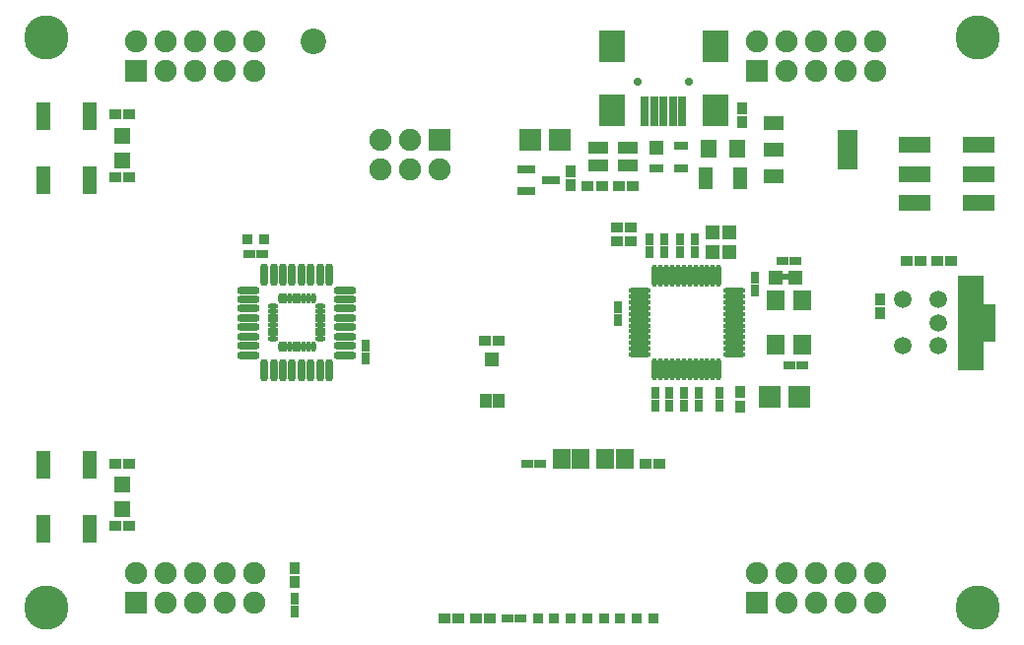
<source format=gts>
%FSLAX43Y43*%
%MOMM*%
G71*
G01*
G75*
G04 Layer_Color=8388736*
%ADD10R,2.500X1.200*%
%ADD11R,0.800X0.650*%
%ADD12R,0.900X0.600*%
%ADD13R,1.350X1.500*%
%ADD14R,0.762X0.762*%
%ADD15R,0.700X0.700*%
%ADD16O,0.550X1.750*%
%ADD17O,1.750X0.550*%
%ADD18R,0.600X0.900*%
%ADD19R,0.650X0.800*%
%ADD20R,1.200X1.200*%
%ADD21R,1.000X2.250*%
%ADD22R,1.150X1.350*%
%ADD23R,2.000X2.500*%
%ADD24R,0.500X2.300*%
%ADD25R,1.500X3.280*%
%ADD26R,1.500X0.990*%
%ADD27R,0.950X1.750*%
%ADD28R,1.100X1.000*%
%ADD29R,1.100X0.600*%
%ADD30R,1.500X0.800*%
%ADD31R,1.300X0.600*%
%ADD32R,1.300X1.600*%
%ADD33O,0.300X1.700*%
%ADD34O,1.700X0.300*%
%ADD35R,0.800X1.000*%
%ADD36R,1.000X1.000*%
%ADD37R,0.950X1.000*%
%ADD38R,1.000X0.950*%
%ADD39O,0.700X0.250*%
%ADD40O,0.250X0.700*%
%ADD41R,1.400X3.000*%
%ADD42R,2.000X8.000*%
%ADD43C,0.175*%
%ADD44C,0.230*%
%ADD45C,0.150*%
%ADD46C,0.300*%
%ADD47C,0.200*%
%ADD48R,0.900X0.300*%
%ADD49R,1.700X1.700*%
%ADD50C,0.500*%
%ADD51C,1.700*%
%ADD52C,2.000*%
%ADD53C,3.600*%
%ADD54C,1.300*%
%ADD55C,0.550*%
%ADD56C,0.500*%
%ADD57C,1.600*%
%ADD58C,1.500*%
G04:AMPARAMS|DCode=59|XSize=2.524mm|YSize=2.524mm|CornerRadius=0mm|HoleSize=0mm|Usage=FLASHONLY|Rotation=0.000|XOffset=0mm|YOffset=0mm|HoleType=Round|Shape=Relief|Width=0.254mm|Gap=0.254mm|Entries=4|*
%AMTHD59*
7,0,0,2.524,2.016,0.254,45*
%
%ADD59THD59*%
%ADD60C,2.600*%
G04:AMPARAMS|DCode=61|XSize=4.624mm|YSize=4.624mm|CornerRadius=0mm|HoleSize=0mm|Usage=FLASHONLY|Rotation=0.000|XOffset=0mm|YOffset=0mm|HoleType=Round|Shape=Relief|Width=0.254mm|Gap=0.254mm|Entries=4|*
%AMTHD61*
7,0,0,4.624,4.116,0.254,45*
%
%ADD61THD61*%
G04:AMPARAMS|DCode=62|XSize=2.424mm|YSize=2.424mm|CornerRadius=0mm|HoleSize=0mm|Usage=FLASHONLY|Rotation=0.000|XOffset=0mm|YOffset=0mm|HoleType=Round|Shape=Relief|Width=0.254mm|Gap=0.254mm|Entries=4|*
%AMTHD62*
7,0,0,2.424,1.916,0.254,45*
%
%ADD62THD62*%
%ADD63C,0.850*%
%ADD64C,3.700*%
%ADD65R,2.400X0.800*%
%ADD66R,2.200X0.350*%
%ADD67C,1.270*%
%ADD68R,0.300X0.900*%
%ADD69C,0.800*%
%ADD70C,0.250*%
%ADD71C,0.254*%
%ADD72C,0.125*%
%ADD73C,0.640*%
%ADD74C,0.100*%
%ADD75R,1.750X1.750*%
%ADD76R,1.700X1.700*%
%ADD77R,0.900X0.510*%
%ADD78R,2.700X1.400*%
%ADD79R,1.000X0.850*%
%ADD80R,1.100X0.800*%
%ADD81R,1.550X1.700*%
%ADD82R,0.962X0.962*%
%ADD83R,0.900X0.900*%
%ADD84O,0.750X1.950*%
%ADD85O,1.950X0.750*%
%ADD86R,0.800X1.100*%
%ADD87R,0.850X1.000*%
%ADD88R,1.400X1.400*%
%ADD89R,1.200X2.450*%
%ADD90R,1.350X1.550*%
%ADD91R,2.200X2.700*%
%ADD92R,0.700X2.500*%
%ADD93R,1.700X3.480*%
%ADD94R,1.700X1.190*%
%ADD95R,1.150X1.950*%
%ADD96R,1.300X1.200*%
%ADD97R,1.300X0.800*%
%ADD98R,1.700X1.000*%
%ADD99R,1.500X0.800*%
%ADD100R,1.500X1.800*%
%ADD101O,0.500X1.900*%
%ADD102O,1.900X0.500*%
%ADD103R,1.000X1.200*%
%ADD104R,1.200X1.200*%
%ADD105R,1.150X1.200*%
%ADD106R,1.200X1.150*%
%ADD107O,0.900X0.450*%
%ADD108O,0.450X0.900*%
%ADD109R,1.600X3.200*%
%ADD110R,2.200X8.200*%
%ADD111R,1.900X1.900*%
%ADD112C,0.700*%
%ADD113C,1.900*%
%ADD114C,2.200*%
%ADD115C,3.800*%
D58*
X76075Y25000D02*
D03*
Y29000D02*
D03*
X79075D02*
D03*
Y25000D02*
D03*
Y27000D02*
D03*
D77*
X66000Y30905D02*
D03*
D78*
X82575Y37275D02*
D03*
Y39775D02*
D03*
Y42275D02*
D03*
X77075D02*
D03*
Y39775D02*
D03*
Y37275D02*
D03*
D79*
X8400Y39500D02*
D03*
X9600D02*
D03*
X40605Y1575D02*
D03*
X39405D02*
D03*
X37913D02*
D03*
X36713D02*
D03*
X55134Y14884D02*
D03*
X53934D02*
D03*
X51500Y35200D02*
D03*
X52700D02*
D03*
X51500Y34000D02*
D03*
X52700D02*
D03*
X8400Y44900D02*
D03*
X9600D02*
D03*
X8400Y14900D02*
D03*
X9600D02*
D03*
X8400Y9500D02*
D03*
X9600D02*
D03*
X51700Y38700D02*
D03*
X52900D02*
D03*
X50200D02*
D03*
X49000D02*
D03*
X40176Y25445D02*
D03*
X41376D02*
D03*
X76425Y32275D02*
D03*
X77625D02*
D03*
X79050D02*
D03*
X80250D02*
D03*
D80*
X43773Y14859D02*
D03*
X44873D02*
D03*
X42125Y1600D02*
D03*
X43225D02*
D03*
X19950Y32900D02*
D03*
X21050D02*
D03*
X66350Y23300D02*
D03*
X67450D02*
D03*
X65750Y32300D02*
D03*
X66850D02*
D03*
D81*
X46724Y15316D02*
D03*
X48374D02*
D03*
X52158D02*
D03*
X50508D02*
D03*
D82*
X47550Y1600D02*
D03*
X48947D02*
D03*
X51772D02*
D03*
X50375D02*
D03*
X54624D02*
D03*
X53227D02*
D03*
X46122D02*
D03*
X44725D02*
D03*
D83*
X21175Y34150D02*
D03*
X19775D02*
D03*
D84*
X21200Y31125D02*
D03*
X22000D02*
D03*
X22800D02*
D03*
X23600D02*
D03*
X24400D02*
D03*
X25200D02*
D03*
X26000D02*
D03*
X26800D02*
D03*
Y22875D02*
D03*
X26000D02*
D03*
X25200D02*
D03*
X24400D02*
D03*
X23600D02*
D03*
X22800D02*
D03*
X22000D02*
D03*
X21200D02*
D03*
D85*
X28125Y29800D02*
D03*
Y29000D02*
D03*
Y28200D02*
D03*
Y27400D02*
D03*
Y26600D02*
D03*
Y25800D02*
D03*
Y25000D02*
D03*
Y24200D02*
D03*
X19875D02*
D03*
Y25000D02*
D03*
Y25800D02*
D03*
Y26600D02*
D03*
Y27400D02*
D03*
Y28200D02*
D03*
Y29000D02*
D03*
Y29800D02*
D03*
D86*
X29900Y23900D02*
D03*
Y25000D02*
D03*
X63400Y30850D02*
D03*
Y29750D02*
D03*
X60300Y19850D02*
D03*
Y20950D02*
D03*
X55600Y34150D02*
D03*
Y33050D02*
D03*
X56900Y34150D02*
D03*
Y33050D02*
D03*
X58200Y34150D02*
D03*
Y33050D02*
D03*
X57300Y19850D02*
D03*
Y20950D02*
D03*
X58500Y19850D02*
D03*
Y20950D02*
D03*
X54800Y19850D02*
D03*
Y20950D02*
D03*
X56000Y19850D02*
D03*
Y20950D02*
D03*
X54300Y34150D02*
D03*
Y33050D02*
D03*
X51600Y28350D02*
D03*
Y27250D02*
D03*
X23800Y3250D02*
D03*
Y2150D02*
D03*
D87*
X74125Y27825D02*
D03*
Y29025D02*
D03*
X62300Y44200D02*
D03*
Y45400D02*
D03*
X47500Y40000D02*
D03*
Y38800D02*
D03*
X62100Y21000D02*
D03*
Y19800D02*
D03*
X23800Y4700D02*
D03*
Y5900D02*
D03*
D88*
X9000Y43050D02*
D03*
Y40950D02*
D03*
Y13050D02*
D03*
Y10950D02*
D03*
D89*
X2200Y39250D02*
D03*
Y44750D02*
D03*
X6200D02*
D03*
Y39250D02*
D03*
X2200Y9250D02*
D03*
Y14750D02*
D03*
X6200D02*
D03*
Y9250D02*
D03*
D90*
X59375Y41925D02*
D03*
X61875D02*
D03*
D91*
X59950Y50750D02*
D03*
X51050D02*
D03*
X59950Y45250D02*
D03*
X51050D02*
D03*
D92*
X57100Y45150D02*
D03*
X56300D02*
D03*
X55500D02*
D03*
X54700D02*
D03*
X53900D02*
D03*
D93*
X71300Y41890D02*
D03*
D94*
X65000Y39600D02*
D03*
Y41890D02*
D03*
Y44180D02*
D03*
D95*
X62100Y39425D02*
D03*
X59150D02*
D03*
D96*
X54900Y42000D02*
D03*
D97*
Y40300D02*
D03*
X57000D02*
D03*
Y42200D02*
D03*
D98*
X52400Y42000D02*
D03*
X49900D02*
D03*
Y40500D02*
D03*
X52400D02*
D03*
D99*
X45800Y39250D02*
D03*
X43700Y38300D02*
D03*
Y40200D02*
D03*
D100*
X67450Y25100D02*
D03*
Y28900D02*
D03*
X65150D02*
D03*
Y25100D02*
D03*
D101*
X54750Y31050D02*
D03*
X55250D02*
D03*
X55750D02*
D03*
X56250D02*
D03*
X56750D02*
D03*
X57250D02*
D03*
X57750D02*
D03*
X58250D02*
D03*
X58750D02*
D03*
X59250D02*
D03*
X59750D02*
D03*
X60250D02*
D03*
Y22950D02*
D03*
X59750D02*
D03*
X59250D02*
D03*
X58750D02*
D03*
X58250D02*
D03*
X57750D02*
D03*
X57250D02*
D03*
X56750D02*
D03*
X56250D02*
D03*
X55750D02*
D03*
X55250D02*
D03*
X54750D02*
D03*
D102*
X61550Y29750D02*
D03*
Y29250D02*
D03*
Y28750D02*
D03*
Y28250D02*
D03*
Y27750D02*
D03*
Y27250D02*
D03*
Y26750D02*
D03*
Y26250D02*
D03*
Y25750D02*
D03*
Y25250D02*
D03*
Y24750D02*
D03*
Y24250D02*
D03*
X53450D02*
D03*
Y24750D02*
D03*
Y25250D02*
D03*
Y25750D02*
D03*
Y26250D02*
D03*
Y26750D02*
D03*
Y27250D02*
D03*
Y27750D02*
D03*
Y28250D02*
D03*
Y28750D02*
D03*
Y29250D02*
D03*
Y29750D02*
D03*
D103*
X40217Y20295D02*
D03*
X41317D02*
D03*
D104*
X40767Y23845D02*
D03*
D105*
X61200Y34750D02*
D03*
Y33050D02*
D03*
X59700Y34750D02*
D03*
Y33050D02*
D03*
D106*
X66850Y30900D02*
D03*
X65150D02*
D03*
D107*
X26050Y25600D02*
D03*
Y26000D02*
D03*
Y26400D02*
D03*
Y26800D02*
D03*
Y27200D02*
D03*
Y27600D02*
D03*
Y28000D02*
D03*
Y28400D02*
D03*
X21950Y25600D02*
D03*
Y26000D02*
D03*
Y26400D02*
D03*
Y26800D02*
D03*
Y27200D02*
D03*
Y27600D02*
D03*
Y28000D02*
D03*
Y28400D02*
D03*
D108*
X25400Y29050D02*
D03*
X25000D02*
D03*
X24600D02*
D03*
X24200D02*
D03*
X23800D02*
D03*
X23400D02*
D03*
X23000D02*
D03*
X22600D02*
D03*
X25400Y24950D02*
D03*
X25000D02*
D03*
X24600D02*
D03*
X24200D02*
D03*
X23800D02*
D03*
X23400D02*
D03*
X23000D02*
D03*
X22600D02*
D03*
D109*
X83275Y26925D02*
D03*
D110*
X81875Y27000D02*
D03*
D111*
X46570Y42700D02*
D03*
X44030D02*
D03*
X10160Y48660D02*
D03*
X63500D02*
D03*
X10160Y2940D02*
D03*
X63500D02*
D03*
X67140Y20600D02*
D03*
X64600D02*
D03*
X36240Y42700D02*
D03*
D112*
X57700Y47750D02*
D03*
X53300D02*
D03*
D113*
X20320Y48660D02*
D03*
Y51200D02*
D03*
X17780Y48660D02*
D03*
Y51200D02*
D03*
X15240Y48660D02*
D03*
Y51200D02*
D03*
X12700Y48660D02*
D03*
Y51200D02*
D03*
X10160D02*
D03*
X63500D02*
D03*
X66040D02*
D03*
Y48660D02*
D03*
X68580Y51200D02*
D03*
Y48660D02*
D03*
X71120Y51200D02*
D03*
Y48660D02*
D03*
X73660Y51200D02*
D03*
Y48660D02*
D03*
X10160Y5480D02*
D03*
X12700D02*
D03*
Y2940D02*
D03*
X15240Y5480D02*
D03*
Y2940D02*
D03*
X17780Y5480D02*
D03*
Y2940D02*
D03*
X20320Y5480D02*
D03*
Y2940D02*
D03*
X63500Y5480D02*
D03*
X66040D02*
D03*
Y2940D02*
D03*
X68580Y5480D02*
D03*
Y2940D02*
D03*
X71120Y5480D02*
D03*
Y2940D02*
D03*
X73660Y5480D02*
D03*
Y2940D02*
D03*
X31160Y42700D02*
D03*
Y40160D02*
D03*
X33700Y42700D02*
D03*
Y40160D02*
D03*
X36240D02*
D03*
D114*
X25400Y51200D02*
D03*
D115*
X2500Y2500D02*
D03*
Y51500D02*
D03*
X82500D02*
D03*
Y2500D02*
D03*
M02*

</source>
